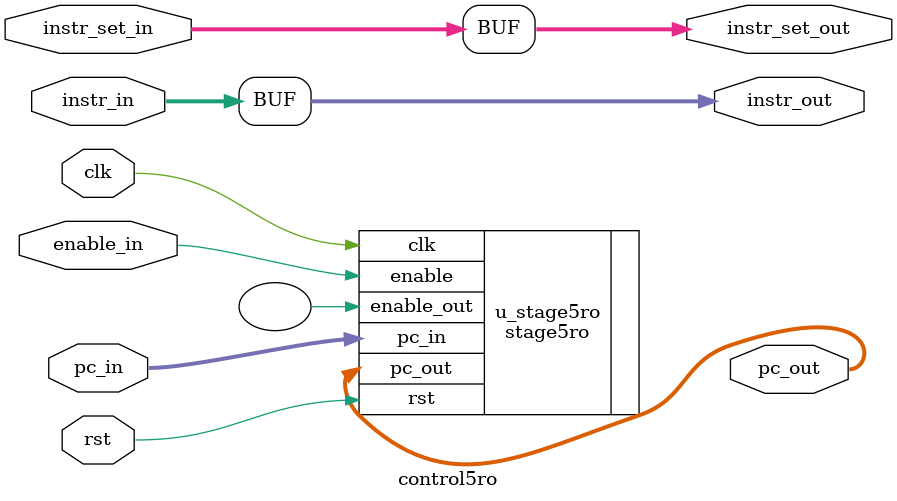
<source format=v>
module control5ro(
    input  wire        clk,
    input  wire        rst,
    input  wire        enable_in,
    input  wire [11:0] pc_in,
    input  wire [11:0] instr_in,
    input  wire [3:0]  instr_set_in,
    output wire [11:0] pc_out,
    output wire [11:0] instr_out,
    output wire [3:0]  instr_set_out
);
    // Final Register Operation stage
    stage5ro u_stage5ro(
        .clk(clk),
        .rst(rst),
        .enable(enable_in),
        .pc_in(pc_in),
        .pc_out(pc_out),
        .enable_out()
    );

    // No further stage, so pass instruction through
    assign instr_out = instr_in;
    assign instr_set_out = instr_set_in;
endmodule

</source>
